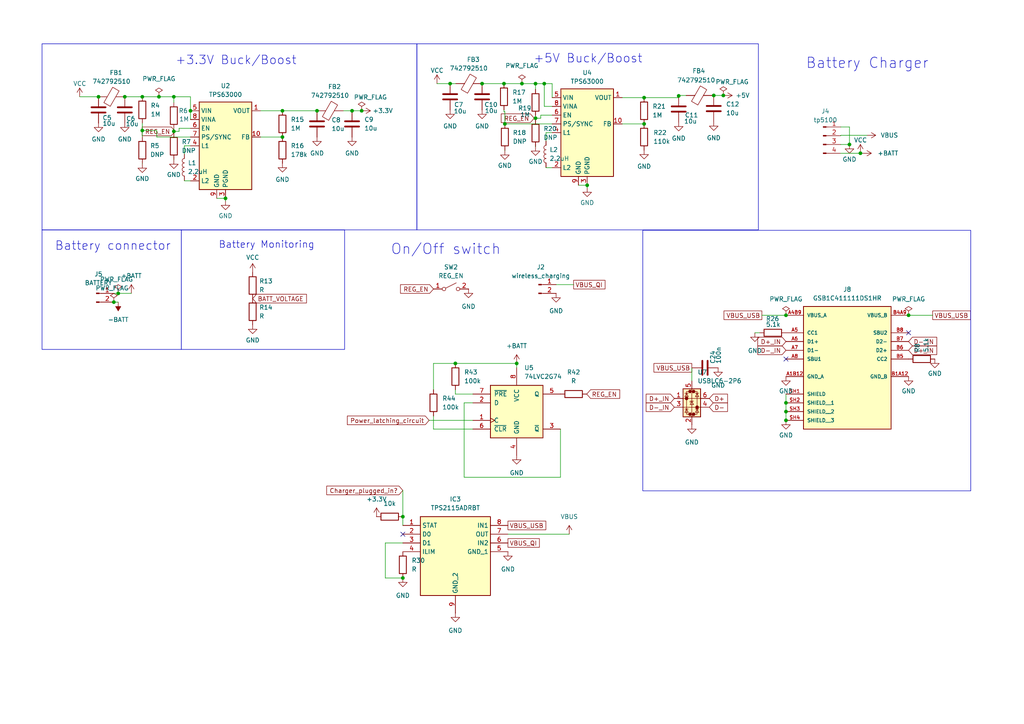
<source format=kicad_sch>
(kicad_sch (version 20231120) (generator "eeschema") (generator_version "8.0")
  (paper "A4")
  (lib_symbols
    (symbol "+3.3V_1" (power) (pin_numbers hide) (pin_names (offset 0) hide)
      (property "Value" "+3.3V" (at 0 3.556 0))
      (symbol "+3.3V_1_0_1"
        (polyline (pts (xy -0.762 1.27) (xy 0 2.54)))
        (polyline (pts (xy 0 0) (xy 0 2.54)))
        (polyline (pts (xy 0 2.54) (xy 0.762 1.27)))
      )
      (symbol "+3.3V_1_1_1"
        (pin power_in line (at 0 0 90) (length 0) (name "~") (number "1"))
      )
    )
    (symbol "+BATT_1" (power) (pin_numbers hide) (pin_names (offset 0) hide)
      (property "Value" "+BATT" (at 0 3.556 0))
      (symbol "+BATT_1_0_1"
        (polyline (pts (xy -0.762 1.27) (xy 0 2.54)))
        (polyline (pts (xy 0 0) (xy 0 2.54)))
        (polyline (pts (xy 0 2.54) (xy 0.762 1.27)))
      )
      (symbol "+BATT_1_1_1"
        (pin power_in line (at 0 0 90) (length 0) (name "~") (number "1"))
      )
    )
    (symbol "74xGxx:74LVC2G74" (pin_names (offset 1.016))
      (property "Reference" "U" (at -5.08 10.16 0))
      (property "Value" "74LVC2G74" (at 10.16 -10.16 0))
      (symbol "74LVC2G74_0_1"
        (rectangle (start -7.62 7.62) (end 7.62 -7.62) (stroke (width 0.254)) (fill (type background)))
      )
      (symbol "74LVC2G74_1_1"
        (pin input clock (at -12.7 -2.54 0) (length 5.08) (name "C") (number "1"))
        (pin input line (at -12.7 2.54 0) (length 5.08) (name "D") (number "2"))
        (pin output line (at 12.7 -5.08 180) (length 5.08) (name "~{Q}") (number "3"))
        (pin power_in line (at 0 -12.7 90) (length 5.08) (name "GND") (number "4"))
        (pin output line (at 12.7 5.08 180) (length 5.08) (name "Q") (number "5"))
        (pin input line (at -12.7 -5.08 0) (length 5.08) (name "~{CLR}") (number "6"))
        (pin input line (at -12.7 5.08 0) (length 5.08) (name "~{PRE}") (number "7"))
        (pin power_in line (at 0 12.7 270) (length 5.08) (name "VCC") (number "8"))
      )
    )
    (symbol "Connector:Conn_01x02_Pin" (pin_names (offset 1.016) hide)
      (property "Reference" "J" (at 0 2.54 0))
      (property "Value" "Conn_01x02_Pin" (at 0 -5.08 0))
      (symbol "Conn_01x02_Pin_1_1"
        (polyline (pts (xy 1.27 -2.54) (xy 0.8636 -2.54)) (stroke (width 0.1524)))
        (polyline (pts (xy 1.27 0) (xy 0.8636 0)) (stroke (width 0.1524)))
        (rectangle (start 0.8636 -2.413) (end 0 -2.667) (stroke (width 0.1524)) (fill (type outline)))
        (rectangle (start 0.8636 0.127) (end 0 -0.127) (stroke (width 0.1524)) (fill (type outline)))
        (pin passive line (at 5.08 0 180) (length 3.81) (name "Pin_1") (number "1"))
        (pin passive line (at 5.08 -2.54 180) (length 3.81) (name "Pin_2") (number "2"))
      )
    )
    (symbol "Connector:Conn_01x04_Pin" (pin_names (offset 1.016) hide)
      (property "Reference" "J" (at 0 5.08 0))
      (property "Value" "Conn_01x04_Pin" (at 0 -7.62 0))
      (symbol "Conn_01x04_Pin_1_1"
        (polyline (pts (xy 1.27 -5.08) (xy 0.8636 -5.08)) (stroke (width 0.1524)))
        (polyline (pts (xy 1.27 -2.54) (xy 0.8636 -2.54)) (stroke (width 0.1524)))
        (polyline (pts (xy 1.27 0) (xy 0.8636 0)) (stroke (width 0.1524)))
        (polyline (pts (xy 1.27 2.54) (xy 0.8636 2.54)) (stroke (width 0.1524)))
        (rectangle (start 0.8636 -4.953) (end 0 -5.207) (stroke (width 0.1524)) (fill (type outline)))
        (rectangle (start 0.8636 -2.413) (end 0 -2.667) (stroke (width 0.1524)) (fill (type outline)))
        (rectangle (start 0.8636 0.127) (end 0 -0.127) (stroke (width 0.1524)) (fill (type outline)))
        (rectangle (start 0.8636 2.667) (end 0 2.413) (stroke (width 0.1524)) (fill (type outline)))
        (pin passive line (at 5.08 2.54 180) (length 3.81) (name "Pin_1") (number "1"))
        (pin passive line (at 5.08 0 180) (length 3.81) (name "Pin_2") (number "2"))
        (pin passive line (at 5.08 -2.54 180) (length 3.81) (name "Pin_3") (number "3"))
        (pin passive line (at 5.08 -5.08 180) (length 3.81) (name "Pin_4") (number "4"))
      )
    )
    (symbol "Device:C" (pin_numbers hide) (pin_names (offset 0.254))
      (property "Reference" "C" (at 0.635 2.54 0))
      (property "Value" "C" (at 0.635 -2.54 0))
      (symbol "C_0_1"
        (polyline (pts (xy -2.032 -0.762) (xy 2.032 -0.762)) (stroke (width 0.508)))
        (polyline (pts (xy -2.032 0.762) (xy 2.032 0.762)) (stroke (width 0.508)))
      )
      (symbol "C_1_1"
        (pin passive line (at 0 3.81 270) (length 2.794) (name "~") (number "1"))
        (pin passive line (at 0 -3.81 90) (length 2.794) (name "~") (number "2"))
      )
    )
    (symbol "Device:FerriteBead" (pin_numbers hide) (pin_names (offset 0))
      (property "Reference" "FB" (at -3.81 0.635 90))
      (property "Value" "FerriteBead" (at 3.81 0 90))
      (symbol "FerriteBead_0_1"
        (polyline (pts (xy 0 -1.27) (xy 0 -1.2192)))
        (polyline (pts (xy 0 1.27) (xy 0 1.2954)))
        (polyline (pts (xy -2.7686 0.4064) (xy -1.7018 2.2606) (xy 2.7686 -0.3048) (xy 1.6764 -2.159) (xy -2.7686 0.4064)))
      )
      (symbol "FerriteBead_1_1"
        (pin passive line (at 0 3.81 270) (length 2.54) (name "~") (number "1"))
        (pin passive line (at 0 -3.81 90) (length 2.54) (name "~") (number "2"))
      )
    )
    (symbol "Device:L" (pin_numbers hide) (pin_names (offset 1.016) hide)
      (property "Reference" "L" (at -1.27 0 90))
      (property "Value" "L" (at 1.905 0 90))
      (symbol "L_0_1"
        (arc (start 0 -2.54) (mid 0.6323 -1.905) (end 0 -1.27))
        (arc (start 0 -1.27) (mid 0.6323 -0.635) (end 0 0))
        (arc (start 0 0) (mid 0.6323 0.635) (end 0 1.27))
        (arc (start 0 1.27) (mid 0.6323 1.905) (end 0 2.54))
      )
      (symbol "L_1_1"
        (pin passive line (at 0 3.81 270) (length 1.27) (name "1") (number "1"))
        (pin passive line (at 0 -3.81 90) (length 1.27) (name "2") (number "2"))
      )
    )
    (symbol "Device:R" (pin_numbers hide) (pin_names (offset 0))
      (property "Reference" "R" (at 2.032 0 90))
      (property "Value" "R" (at 0 0 90))
      (symbol "R_0_1"
        (rectangle (start -1.016 -2.54) (end 1.016 2.54) (stroke (width 0.254)))
      )
      (symbol "R_1_1"
        (pin passive line (at 0 3.81 270) (length 1.27) (name "~") (number "1"))
        (pin passive line (at 0 -3.81 90) (length 1.27) (name "~") (number "2"))
      )
    )
    (symbol "GND_1" (power) (pin_numbers hide) (pin_names (offset 0) hide)
      (property "Value" "GND" (at 0 -3.81 0))
      (symbol "GND_1_0_1"
        (polyline (pts (xy 0 0) (xy 0 -1.27) (xy 1.27 -1.27) (xy 0 -2.54) (xy -1.27 -1.27) (xy 0 -1.27)))
      )
      (symbol "GND_1_1_1"
        (pin power_in line (at 0 0 270) (length 0) (name "~") (number "1"))
      )
    )
    (symbol "GND_2" (power) (pin_numbers hide) (pin_names (offset 0) hide)
      (property "Value" "GND" (at 0 -3.81 0))
      (symbol "GND_2_0_1"
        (polyline (pts (xy 0 0) (xy 0 -1.27) (xy 1.27 -1.27) (xy 0 -2.54) (xy -1.27 -1.27) (xy 0 -1.27)))
      )
      (symbol "GND_2_1_1"
        (pin power_in line (at 0 0 270) (length 0) (name "~") (number "1"))
      )
    )
    (symbol "GND_3" (power) (pin_numbers hide) (pin_names (offset 0) hide)
      (property "Value" "GND" (at 0 -3.81 0))
      (symbol "GND_3_0_1"
        (polyline (pts (xy 0 0) (xy 0 -1.27) (xy 1.27 -1.27) (xy 0 -2.54) (xy -1.27 -1.27) (xy 0 -1.27)))
      )
      (symbol "GND_3_1_1"
        (pin power_in line (at 0 0 270) (length 0) (name "~") (number "1"))
      )
    )
    (symbol "GND_4" (power) (pin_numbers hide) (pin_names (offset 0) hide)
      (property "Value" "GND" (at 0 -3.81 0))
      (symbol "GND_4_0_1"
        (polyline (pts (xy 0 0) (xy 0 -1.27) (xy 1.27 -1.27) (xy 0 -2.54) (xy -1.27 -1.27) (xy 0 -1.27)))
      )
      (symbol "GND_4_1_1"
        (pin power_in line (at 0 0 270) (length 0) (name "~") (number "1"))
      )
    )
    (symbol "GND_5" (power) (pin_numbers hide) (pin_names (offset 0) hide)
      (property "Value" "GND" (at 0 -3.81 0))
      (symbol "GND_5_0_1"
        (polyline (pts (xy 0 0) (xy 0 -1.27) (xy 1.27 -1.27) (xy 0 -2.54) (xy -1.27 -1.27) (xy 0 -1.27)))
      )
      (symbol "GND_5_1_1"
        (pin power_in line (at 0 0 270) (length 0) (name "~") (number "1"))
      )
    )
    (symbol "GSB1C411111DS1HR:GSB1C411111DS1HR" (pin_names (offset 1.016))
      (property "Reference" "J" (at -12.7 13.462 0))
      (property "Value" "GSB1C411111DS1HR" (at -12.7 -25.4 0))
      (symbol "GSB1C411111DS1HR_0_0"
        (rectangle (start -12.7 -22.86) (end 12.7 12.7) (stroke (width 0.254)) (fill (type background)))
        (pin power_in line (at -17.78 -7.62 0) (length 5.08) (name "GND_A") (number "A1B12"))
        (pin power_in line (at -17.78 10.16 0) (length 5.08) (name "VBUS_A") (number "A4B9"))
        (pin bidirectional line (at -17.78 5.08 0) (length 5.08) (name "CC1") (number "A5"))
        (pin bidirectional line (at -17.78 2.54 0) (length 5.08) (name "D1+") (number "A6"))
        (pin bidirectional line (at -17.78 0 0) (length 5.08) (name "D1-") (number "A7"))
        (pin bidirectional line (at -17.78 -2.54 0) (length 5.08) (name "SBU1") (number "A8"))
        (pin power_in line (at 17.78 -7.62 180) (length 5.08) (name "GND_B") (number "B1A12"))
        (pin power_in line (at 17.78 10.16 180) (length 5.08) (name "VBUS_B") (number "B4A9"))
        (pin bidirectional line (at 17.78 -2.54 180) (length 5.08) (name "CC2") (number "B5"))
        (pin bidirectional line (at 17.78 0 180) (length 5.08) (name "D2+") (number "B6"))
        (pin bidirectional line (at 17.78 2.54 180) (length 5.08) (name "D2-") (number "B7"))
        (pin bidirectional line (at 17.78 5.08 180) (length 5.08) (name "SBU2") (number "B8"))
        (pin passive line (at -17.78 -12.7 0) (length 5.08) (name "SHIELD") (number "SH1"))
        (pin passive line (at -17.78 -15.24 0) (length 5.08) (name "SHIELD__1") (number "SH2"))
        (pin passive line (at -17.78 -17.78 0) (length 5.08) (name "SHIELD__2") (number "SH3"))
        (pin passive line (at -17.78 -20.32 0) (length 5.08) (name "SHIELD__3") (number "SH4"))
      )
    )
    (symbol "Power_Protection:USBLC6-2P6" (pin_names hide)
      (property "Reference" "U" (at 0.635 5.715 0))
      (property "Value" "USBLC6-2P6" (at 0.635 3.81 0))
      (symbol "USBLC6-2P6_0_0"
        (circle (center -1.524 0) (radius 0.0001) (stroke (width 0.508)))
        (circle (center -0.508 -4.572) (radius 0.0001) (stroke (width 0.508)))
        (circle (center -0.508 2.032) (radius 0.0001) (stroke (width 0.508)))
        (circle (center 0.508 -4.572) (radius 0.0001) (stroke (width 0.508)))
        (circle (center 0.508 2.032) (radius 0.0001) (stroke (width 0.508)))
        (circle (center 1.524 -2.54) (radius 0.0001) (stroke (width 0.508)))
      )
      (symbol "USBLC6-2P6_0_1"
        (polyline (pts (xy -2.54 -2.54) (xy 2.54 -2.54)))
        (polyline (pts (xy -2.54 0) (xy 2.54 0)))
        (polyline (pts (xy -2.032 -3.048) (xy -1.016 -3.048)))
        (polyline (pts (xy -1.016 1.524) (xy -2.032 1.524)))
        (polyline (pts (xy 1.016 -3.048) (xy 2.032 -3.048)))
        (polyline (pts (xy 1.016 1.524) (xy 2.032 1.524)))
        (polyline (pts (xy -0.508 -1.143) (xy -0.508 -0.762) (xy 0.508 -0.762)))
        (polyline (pts (xy -2.032 0.508) (xy -1.016 0.508) (xy -1.524 1.524) (xy -2.032 0.508)))
        (polyline (pts (xy -1.016 -4.064) (xy -2.032 -4.064) (xy -1.524 -3.048) (xy -1.016 -4.064)))
        (polyline (pts (xy 0.508 -1.778) (xy -0.508 -1.778) (xy 0 -0.762) (xy 0.508 -1.778)))
        (polyline (pts (xy 2.032 -4.064) (xy 1.016 -4.064) (xy 1.524 -3.048) (xy 2.032 -4.064)))
        (polyline (pts (xy 2.032 0.508) (xy 1.016 0.508) (xy 1.524 1.524) (xy 2.032 0.508)))
        (polyline (pts (xy 0 2.54) (xy -0.508 2.032) (xy 0.508 2.032) (xy 0 1.524) (xy 0 -4.064) (xy -0.508 -4.572) (xy 0.508 -4.572) (xy 0 -5.08)))
      )
      (symbol "USBLC6-2P6_1_1"
        (rectangle (start -2.54 2.794) (end 2.54 -5.334) (stroke (width 0.254)) (fill (type background)))
        (polyline (pts (xy -0.508 2.032) (xy -1.524 2.032) (xy -1.524 -4.572) (xy -0.508 -4.572)))
        (polyline (pts (xy 0.508 -4.572) (xy 1.524 -4.572) (xy 1.524 2.032) (xy 0.508 2.032)))
        (pin passive line (at -5.08 0 0) (length 2.54) (name "I/O1") (number "1"))
        (pin passive line (at 0 -7.62 90) (length 2.54) (name "GND") (number "2"))
        (pin passive line (at -5.08 -2.54 0) (length 2.54) (name "I/O2") (number "3"))
        (pin passive line (at 5.08 -2.54 180) (length 2.54) (name "I/O2") (number "4"))
        (pin passive line (at 0 5.08 270) (length 2.54) (name "VBUS") (number "5"))
        (pin passive line (at 5.08 0 180) (length 2.54) (name "I/O1") (number "6"))
      )
    )
    (symbol "Regulator_Switching:TPS63000"
      (property "Reference" "U" (at -7.62 13.97 0))
      (property "Value" "TPS63000" (at 5.08 13.97 0))
      (symbol "TPS63000_0_1"
        (rectangle (start -7.62 12.7) (end 7.62 -12.7) (stroke (width 0.254)) (fill (type background)))
      )
      (symbol "TPS63000_1_1"
        (pin power_out line (at 10.16 10.16 180) (length 2.54) (name "VOUT") (number "1"))
        (pin input line (at 10.16 2.54 180) (length 2.54) (name "FB") (number "10"))
        (pin passive line (at 0 -15.24 90) (length 2.54) hide (name "PGND") (number "11"))
        (pin input line (at -10.16 -10.16 0) (length 2.54) (name "L2") (number "2"))
        (pin power_in line (at 0 -15.24 90) (length 2.54) (name "PGND") (number "3"))
        (pin input line (at -10.16 0 0) (length 2.54) (name "L1") (number "4"))
        (pin power_in line (at -10.16 10.16 0) (length 2.54) (name "VIN") (number "5"))
        (pin input line (at -10.16 5.08 0) (length 2.54) (name "EN") (number "6"))
        (pin input line (at -10.16 2.54 0) (length 2.54) (name "PS/SYNC") (number "7"))
        (pin power_in line (at -10.16 7.62 0) (length 2.54) (name "VINA") (number "8"))
        (pin power_in line (at -2.54 -15.24 90) (length 2.54) (name "GND") (number "9"))
      )
    )
    (symbol "Switch:SW_SPST" (pin_names (offset 0) hide)
      (property "Reference" "SW" (at 0 3.175 0))
      (property "Value" "SW_SPST" (at 0 -2.54 0))
      (symbol "SW_SPST_0_0"
        (circle (center -2.032 0) (radius 0.508))
        (polyline (pts (xy -1.524 0.254) (xy 1.524 1.778)))
        (circle (center 2.032 0) (radius 0.508))
      )
      (symbol "SW_SPST_1_1"
        (pin passive line (at -5.08 0 0) (length 2.54) (name "A") (number "1"))
        (pin passive line (at 5.08 0 180) (length 2.54) (name "B") (number "2"))
      )
    )
    (symbol "TPS2115ADRBT:TPS2115ADRBT"
      (property "Reference" "IC" (at 26.67 7.62 0))
      (property "Value" "TPS2115ADRBT" (at 26.67 5.08 0))
      (symbol "TPS2115ADRBT_1_1"
        (rectangle (start 5.08 2.54) (end 25.4 -20.32) (stroke (width 0.254)) (fill (type background)))
        (pin passive line (at 0 0 0) (length 5.08) (name "STAT") (number "1"))
        (pin passive line (at 0 -2.54 0) (length 5.08) (name "D0") (number "2"))
        (pin passive line (at 0 -5.08 0) (length 5.08) (name "D1") (number "3"))
        (pin passive line (at 0 -7.62 0) (length 5.08) (name "ILIM") (number "4"))
        (pin passive line (at 30.48 -7.62 180) (length 5.08) (name "GND_1") (number "5"))
        (pin passive line (at 30.48 -5.08 180) (length 5.08) (name "IN2") (number "6"))
        (pin passive line (at 30.48 -2.54 180) (length 5.08) (name "OUT") (number "7"))
        (pin passive line (at 30.48 0 180) (length 5.08) (name "IN1") (number "8"))
        (pin passive line (at 15.24 -25.4 90) (length 5.08) (name "GND_2") (number "9"))
      )
    )
    (symbol "VBUS_2" (power) (pin_numbers hide) (pin_names (offset 0) hide)
      (property "Value" "VBUS" (at 0 3.556 0))
      (symbol "VBUS_2_0_1"
        (polyline (pts (xy -0.762 1.27) (xy 0 2.54)))
        (polyline (pts (xy 0 0) (xy 0 2.54)))
        (polyline (pts (xy 0 2.54) (xy 0.762 1.27)))
      )
      (symbol "VBUS_2_1_1"
        (pin power_in line (at 0 0 90) (length 0) (name "~") (number "1"))
      )
    )
    (symbol "power:+3.3V" (power) (pin_names (offset 0))
      (property "Value" "+3.3V" (at 0 3.556 0))
      (symbol "+3.3V_0_1"
        (polyline (pts (xy -0.762 1.27) (xy 0 2.54)))
        (polyline (pts (xy 0 0) (xy 0 2.54)))
        (polyline (pts (xy 0 2.54) (xy 0.762 1.27)))
      )
      (symbol "+3.3V_1_1"
        (pin power_in line (at 0 0 90) (length 0) hide (name "+3.3V") (number "1"))
      )
    )
    (symbol "power:+5V" (power) (pin_names (offset 0))
      (property "Value" "+5V" (at 0 3.556 0))
      (symbol "+5V_0_1"
        (polyline (pts (xy -0.762 1.27) (xy 0 2.54)))
        (polyline (pts (xy 0 0) (xy 0 2.54)))
        (polyline (pts (xy 0 2.54) (xy 0.762 1.27)))
      )
      (symbol "+5V_1_1"
        (pin power_in line (at 0 0 90) (length 0) hide (name "+5V") (number "1"))
      )
    )
    (symbol "power:+BATT" (power) (pin_names (offset 0))
      (property "Value" "+BATT" (at 0 3.556 0))
      (symbol "+BATT_0_1"
        (polyline (pts (xy -0.762 1.27) (xy 0 2.54)))
        (polyline (pts (xy 0 0) (xy 0 2.54)))
        (polyline (pts (xy 0 2.54) (xy 0.762 1.27)))
      )
      (symbol "+BATT_1_1"
        (pin power_in line (at 0 0 90) (length 0) hide (name "+BATT") (number "1"))
      )
    )
    (symbol "power:-BATT" (power) (pin_names (offset 0))
      (property "Value" "-BATT" (at 0 3.556 0))
      (symbol "-BATT_0_1"
        (polyline (pts (xy 0 0) (xy 0 2.54)))
        (polyline (pts (xy 0.762 1.27) (xy -0.762 1.27) (xy 0 2.54) (xy 0.762 1.27)) (fill (type outline)))
      )
      (symbol "-BATT_1_1"
        (pin power_in line (at 0 0 90) (length 0) hide (name "-BATT") (number "1"))
      )
    )
    (symbol "power:GND" (power) (pin_names (offset 0))
      (property "Value" "GND" (at 0 -3.81 0))
      (symbol "GND_0_1"
        (polyline (pts (xy 0 0) (xy 0 -1.27) (xy 1.27 -1.27) (xy 0 -2.54) (xy -1.27 -1.27) (xy 0 -1.27)))
      )
      (symbol "GND_1_1"
        (pin power_in line (at 0 0 270) (length 0) hide (name "GND") (number "1"))
      )
    )
    (symbol "power:PWR_FLAG" (power) (pin_numbers hide) (pin_names (offset 0) hide)
      (property "Value" "PWR_FLAG" (at 0 3.81 0))
      (symbol "PWR_FLAG_0_0"
        (pin power_out line (at 0 0 90) (length 0) (name "pwr") (number "1"))
      )
      (symbol "PWR_FLAG_0_1"
        (polyline (pts (xy 0 0) (xy 0 1.27) (xy -1.016 1.905) (xy 0 2.54) (xy 1.016 1.905) (xy 0 1.27)))
      )
    )
    (symbol "power:VBUS" (power) (pin_names (offset 0))
      (property "Value" "VBUS" (at 0 3.81 0))
      (symbol "VBUS_0_1"
        (polyline (pts (xy -0.762 1.27) (xy 0 2.54)))
        (polyline (pts (xy 0 0) (xy 0 2.54)))
        (polyline (pts (xy 0 2.54) (xy 0.762 1.27)))
      )
      (symbol "VBUS_1_1"
        (pin power_in line (at 0 0 90) (length 0) hide (name "VBUS") (number "1"))
      )
    )
    (symbol "power:VCC" (power) (pin_names (offset 0))
      (property "Value" "VCC" (at 0 3.81 0))
      (symbol "VCC_0_1"
        (polyline (pts (xy -0.762 1.27) (xy 0 2.54)))
        (polyline (pts (xy 0 0) (xy 0 2.54)))
        (polyline (pts (xy 0 2.54) (xy 0.762 1.27)))
      )
      (symbol "VCC_1_1"
        (pin power_in line (at 0 0 90) (length 0) hide (name "VCC") (number "1"))
      )
    )
  )
  (junction (at 249.555 44.45))
  (junction (at 116.84 167.64))
  (junction (at 50.419 38.1))
  (junction (at 227.965 121.92))
  (junction (at 36.195 28.067))
  (junction (at 116.84 149.86))
  (junction (at 186.817 35.941))
  (junction (at 157.861 24.257))
  (junction (at 227.965 116.84))
  (junction (at 33.02 87.63))
  (junction (at 151.384 24.257))
  (junction (at 246.38 41.91))
  (junction (at 227.965 91.44))
  (junction (at 91.948 32.131))
  (junction (at 209.804 27.686))
  (junction (at 50.419 28.067))
  (junction (at 81.915 39.751))
  (junction (at 149.86 105.41))
  (junction (at 104.902 32.131))
  (junction (at 81.915 32.131))
  (junction (at 28.575 28.067))
  (junction (at 146.431 35.941))
  (junction (at 155.321 24.257))
  (junction (at 65.405 57.531))
  (junction (at 41.275 28.067))
  (junction (at 46.101 28.067))
  (junction (at 186.817 28.321))
  (junction (at 34.29 85.09))
  (junction (at 102.108 32.131))
  (junction (at 196.85 27.813))
  (junction (at 139.827 24.257))
  (junction (at 207.01 27.686))
  (junction (at 41.275 37.846))
  (junction (at 263.525 91.44))
  (junction (at 227.965 119.38))
  (junction (at 170.307 53.721))
  (junction (at 132.08 105.41))
  (junction (at 130.556 24.257))
  (junction (at 146.177 24.257))
  (junction (at 55.245 32.131))
  (junction (at 155.321 34.29))
  (no_connect (at 227.965 104.14))
  (no_connect (at 116.84 154.94))
  (no_connect (at 263.525 96.52))
  (wire (pts (xy 41.275 28.067) (xy 46.101 28.067)))
  (wire (pts (xy 53.467 42.291) (xy 55.245 42.291)))
  (wire (pts (xy 134.62 116.84) (xy 134.62 138.43)))
  (wire (pts (xy 146.177 24.257) (xy 151.384 24.257)))
  (wire (pts (xy 243.84 36.83) (xy 246.38 36.83)))
  (wire (pts (xy 227.965 114.3) (xy 227.965 116.84)))
  (wire (pts (xy 158.369 48.641) (xy 158.369 48.514)))
  (wire (pts (xy 116.84 157.48) (xy 111.76 157.48)))
  (wire (pts (xy 111.76 167.64) (xy 116.84 167.64)))
  (wire (pts (xy 166.37 82.55) (xy 161.29 82.55)))
  (wire (pts (xy 53.467 52.451) (xy 53.467 52.324)))
  (wire (pts (xy 126.746 24.257) (xy 130.556 24.257)))
  (wire (pts (xy 227.965 119.38) (xy 227.965 121.92)))
  (wire (pts (xy 75.565 32.131) (xy 81.915 32.131)))
  (wire (pts (xy 157.861 24.257) (xy 157.861 30.861)))
  (wire (pts (xy 197.104 27.813) (xy 196.85 27.813)))
  (wire (pts (xy 180.467 28.321) (xy 186.817 28.321)))
  (wire (pts (xy 186.817 35.941) (xy 180.467 35.941)))
  (wire (pts (xy 243.84 39.243) (xy 243.84 39.37)))
  (wire (pts (xy 53.467 52.451) (xy 55.245 52.451)))
  (wire (pts (xy 207.01 27.686) (xy 209.804 27.686)))
  (wire (pts (xy 65.405 57.531) (xy 65.405 58.293)))
  (wire (pts (xy 151.384 24.257) (xy 155.321 24.257)))
  (wire (pts (xy 99.568 32.131) (xy 102.108 32.131)))
  (wire (pts (xy 55.245 39.751) (xy 45.466 39.751)))
  (wire (pts (xy 196.85 28.321) (xy 196.85 27.813)))
  (wire (pts (xy 116.84 149.86) (xy 116.84 152.4)))
  (wire (pts (xy 246.38 36.83) (xy 246.38 41.91)))
  (wire (pts (xy 146.431 35.941) (xy 160.147 35.941)))
  (wire (pts (xy 45.466 37.846) (xy 41.275 37.846)))
  (wire (pts (xy 243.84 44.45) (xy 249.555 44.45)))
  (wire (pts (xy 146.431 35.941) (xy 146.431 32.385)))
  (wire (pts (xy 158.369 48.641) (xy 160.147 48.641)))
  (wire (pts (xy 75.565 39.751) (xy 81.915 39.751)))
  (wire (pts (xy 111.76 157.48) (xy 111.76 167.64)))
  (wire (pts (xy 41.275 28.067) (xy 36.195 28.067)))
  (wire (pts (xy 158.369 38.481) (xy 160.147 38.481)))
  (wire (pts (xy 155.321 24.257) (xy 155.321 25.908)))
  (wire (pts (xy 62.865 57.531) (xy 65.405 57.531)))
  (wire (pts (xy 55.245 32.131) (xy 55.245 34.671)))
  (wire (pts (xy 251.46 39.243) (xy 243.84 39.243)))
  (wire (pts (xy 34.29 85.09) (xy 38.1 85.09)))
  (wire (pts (xy 160.147 28.321) (xy 160.147 24.257)))
  (wire (pts (xy 34.29 87.63) (xy 33.02 87.63)))
  (wire (pts (xy 125.73 105.41) (xy 132.08 105.41)))
  (wire (pts (xy 162.56 138.43) (xy 162.56 124.46)))
  (wire (pts (xy 149.86 105.41) (xy 149.86 106.68)))
  (wire (pts (xy 154.94 34.29) (xy 155.321 34.29)))
  (wire (pts (xy 146.431 36.068) (xy 146.431 35.941)))
  (wire (pts (xy 124.46 121.92) (xy 137.16 121.92)))
  (wire (pts (xy 220.98 91.44) (xy 227.965 91.44)))
  (wire (pts (xy 155.321 42.418) (xy 155.321 42.545)))
  (wire (pts (xy 155.321 34.29) (xy 156.845 34.29)))
  (wire (pts (xy 125.73 113.03) (xy 125.73 105.41)))
  (wire (pts (xy 125.73 124.46) (xy 137.16 124.46)))
  (wire (pts (xy 46.101 28.067) (xy 50.419 28.067)))
  (wire (pts (xy 157.861 30.861) (xy 160.147 30.861)))
  (wire (pts (xy 134.62 138.43) (xy 162.56 138.43)))
  (wire (pts (xy 157.861 24.257) (xy 160.147 24.257)))
  (wire (pts (xy 137.16 116.84) (xy 134.62 116.84)))
  (wire (pts (xy 227.965 116.84) (xy 227.965 119.38)))
  (wire (pts (xy 55.245 28.067) (xy 55.245 32.131)))
  (wire (pts (xy 246.38 41.91) (xy 243.84 41.91)))
  (wire (pts (xy 167.767 53.721) (xy 170.307 53.721)))
  (wire (pts (xy 50.419 38.608) (xy 50.419 38.1)))
  (wire (pts (xy 146.177 31.877) (xy 146.177 32.385)))
  (wire (pts (xy 125.73 120.65) (xy 125.73 124.46)))
  (wire (pts (xy 155.321 24.257) (xy 157.861 24.257)))
  (wire (pts (xy 116.84 142.24) (xy 116.84 149.86)))
  (wire (pts (xy 132.08 105.41) (xy 149.86 105.41)))
  (wire (pts (xy 130.556 24.257) (xy 132.207 24.257)))
  (wire (pts (xy 218.948 96.52) (xy 220.345 96.52)))
  (wire (pts (xy 146.431 43.561) (xy 146.431 43.688)))
  (wire (pts (xy 146.431 32.385) (xy 146.177 32.385)))
  (wire (pts (xy 158.369 40.894) (xy 158.369 38.481)))
  (wire (pts (xy 147.32 154.94) (xy 165.1 154.94)))
  (wire (pts (xy 51.943 37.211) (xy 51.943 38.1)))
  (wire (pts (xy 156.845 33.401) (xy 156.845 34.29)))
  (wire (pts (xy 23.114 28.067) (xy 28.575 28.067)))
  (wire (pts (xy 41.275 37.846) (xy 41.275 39.751)))
  (wire (pts (xy 50.419 28.067) (xy 55.245 28.067)))
  (wire (pts (xy 155.321 34.798) (xy 155.321 34.29)))
  (wire (pts (xy 186.817 28.321) (xy 196.85 28.321)))
  (wire (pts (xy 139.827 24.257) (xy 146.177 24.257)))
  (wire (pts (xy 263.525 91.44) (xy 270.51 91.44)))
  (wire (pts (xy 45.466 39.751) (xy 45.466 37.846)))
  (wire (pts (xy 50.419 46.228) (xy 50.419 46.355)))
  (wire (pts (xy 132.08 113.03) (xy 132.08 114.3)))
  (wire (pts (xy 53.467 44.704) (xy 53.467 42.291)))
  (wire (pts (xy 160.147 33.401) (xy 156.845 33.401)))
  (wire (pts (xy 206.629 27.686) (xy 207.01 27.686)))
  (wire (pts (xy 50.419 28.067) (xy 50.419 29.718)))
  (wire (pts (xy 41.275 47.371) (xy 41.275 47.498)))
  (wire (pts (xy 33.02 85.09) (xy 34.29 85.09)))
  (wire (pts (xy 132.08 114.3) (xy 137.16 114.3)))
  (wire (pts (xy 51.943 38.1) (xy 50.419 38.1)))
  (wire (pts (xy 155.321 34.29) (xy 155.321 33.528)))
  (wire (pts (xy 102.108 32.131) (xy 104.902 32.131)))
  (wire (pts (xy 197.104 27.686) (xy 197.104 27.813)))
  (wire (pts (xy 81.915 32.131) (xy 91.948 32.131)))
  (wire (pts (xy 50.419 38.1) (xy 50.419 37.338)))
  (wire (pts (xy 55.245 37.211) (xy 51.943 37.211)))
  (wire (pts (xy 170.307 53.721) (xy 170.307 54.483)))
  (wire (pts (xy 41.275 35.687) (xy 41.275 37.846)))
  (wire (pts (xy 250.19 44.45) (xy 249.555 44.45)))
  (wire (pts (xy 199.009 27.686) (xy 197.104 27.686)))
  (wire (pts (xy 200.66 106.68) (xy 200.66 110.49)))
  (rectangle (start 12.192 12.7) (end 120.904 66.675))
  (rectangle (start 186.436 66.802) (end 281.559 142.367))
  (rectangle (start 52.578 66.675) (end 99.949 101.346))
  (rectangle (start 12.192 66.675) (end 52.578 101.346))
  (rectangle (start 120.904 12.7) (end 219.964 66.675))
  (text "+3.3V Buck/Boost" (at 50.8 19.05 0) (effects (font (size 2.5 2.5)) (justify left bottom)))
  (text "Battery Charger" (at 233.68 20.193 0) (effects (font (size 3 3)) (justify left bottom)))
  (text "Battery Monitoring" (at 63.373 72.263 0) (effects (font (size 2 2)) (justify left bottom)))
  (text "On/Off switch" (at 113.284 74.168 0) (effects (font (size 3 3)) (justify left bottom)))
  (text "+5V Buck/Boost" (at 154.686 18.542 0) (effects (font (size 2.5 2.5)) (justify left bottom)))
  (text "Battery connector" (at 15.875 72.898 0) (effects (font (size 2.5 2.5)) (justify left bottom)))
  (global_label "REG_EN" (shape input) (at 170.18 114.3 0) (property "Intersheetrefs" "${INTERSHEET_REFS}" (effects (hide yes))))
  (global_label "VBUS_QI" (shape passive) (at 147.32 157.48 0) (property "Intersheetrefs" "${INTERSHEET_REFS}" (effects (hide yes))))
  (global_label "D-_IN" (shape input) (at 227.965 101.6 180) (property "Intersheetrefs" "${INTERSHEET_REFS}" (effects (hide yes))))
  (global_label "BATT_VOLTAGE" (shape input) (at 73.279 86.614 0) (property "Intersheetrefs" "${INTERSHEET_REFS}" (effects (hide yes))))
  (global_label "D-" (shape input) (at 205.74 118.11 0) (property "Intersheetrefs" "${INTERSHEET_REFS}" (effects (hide yes))))
  (global_label "VBUS_USB" (shape passive) (at 270.51 91.44 0) (property "Intersheetrefs" "${INTERSHEET_REFS}" (effects (hide yes))))
  (global_label "Power_latching_circuit" (shape input) (at 124.46 121.92 180) (property "Intersheetrefs" "${INTERSHEET_REFS}" (effects (hide yes))))
  (global_label "D+_IN" (shape input) (at 263.525 101.6 0) (property "Intersheetrefs" "${INTERSHEET_REFS}" (effects (hide yes))))
  (global_label "Charger_plugged_in?" (shape input) (at 116.84 142.24 180) (property "Intersheetrefs" "${INTERSHEET_REFS}" (effects (hide yes))))
  (global_label "D+_IN" (shape input) (at 195.58 115.57 180) (property "Intersheetrefs" "${INTERSHEET_REFS}" (effects (hide yes))))
  (global_label "D+" (shape input) (at 205.74 115.57 0) (property "Intersheetrefs" "${INTERSHEET_REFS}" (effects (hide yes))))
  (global_label "D-_IN" (shape input) (at 195.58 118.11 180) (property "Intersheetrefs" "${INTERSHEET_REFS}" (effects (hide yes))))
  (global_label "REG_EN" (shape input) (at 125.73 83.82 180) (property "Intersheetrefs" "${INTERSHEET_REFS}" (effects (hide yes))))
  (global_label "VBUS_QI" (shape passive) (at 166.37 82.55 0) (property "Intersheetrefs" "${INTERSHEET_REFS}" (effects (hide yes))))
  (global_label "D-_IN" (shape input) (at 263.525 99.06 0) (property "Intersheetrefs" "${INTERSHEET_REFS}" (effects (hide yes))))
  (global_label "VBUS_USB" (shape passive) (at 147.32 152.4 0) (property "Intersheetrefs" "${INTERSHEET_REFS}" (effects (hide yes))))
  (global_label "VBUS_USB" (shape passive) (at 200.66 106.68 180) (property "Intersheetrefs" "${INTERSHEET_REFS}" (effects (hide yes))))
  (global_label "D+_IN" (shape input) (at 227.965 99.06 180) (property "Intersheetrefs" "${INTERSHEET_REFS}" (effects (hide yes))))
  (global_label "REG_EN" (shape input) (at 154.94 34.29 180) (property "Intersheetrefs" "${INTERSHEET_REFS}" (effects (hide yes))))
  (global_label "VBUS_USB" (shape passive) (at 220.98 91.44 180) (property "Intersheetrefs" "${INTERSHEET_REFS}" (effects (hide yes))))
  (global_label "REG_EN" (shape input) (at 50.8 38.1 180) (property "Intersheetrefs" "${INTERSHEET_REFS}" (effects (hide yes))))
  (symbol (lib_id "power:GND") (at 73.279 94.234 0) (unit 1)
    (property "Reference" "#PWR041" (effects (hide yes)))
    (property "Value" "GND" (at 73.279 98.679 0))
  )
  (symbol (lib_name "GND_3") (lib_id "power:GND") (at 116.84 167.64 0) (unit 1)
    (property "Reference" "#PWR0114" (effects (hide yes)))
    (property "Value" "GND" (at 116.84 172.72 0))
    (property "Description" "Power symbol creates a global label with name \"GND\" , ground" (effects (hide yes)))
  )
  (symbol (lib_id "power:GND") (at 218.948 96.52 0) (unit 1)
    (property "Reference" "#PWR081" (effects (hide yes)))
    (property "Value" "GND" (at 218.948 101.727 0))
  )
  (symbol (lib_id "Device:R") (at 116.84 163.83 0) (unit 1)
    (property "Reference" "R30" (at 119.38 162.5599 0) (effects (justify left)))
    (property "Value" "R" (at 119.38 165.0999 0) (effects (justify left)))
    (property "Footprint" "Resistor_SMD:R_0603_1608Metric_Pad0.98x0.95mm_HandSolder" (effects (hide yes)))
    (property "Description" "Resistor" (effects (hide yes)))
  )
  (symbol (lib_name "GND_3") (lib_id "power:GND") (at 132.08 177.8 0) (unit 1)
    (property "Reference" "#PWR0113" (effects (hide yes)))
    (property "Value" "GND" (at 132.08 182.88 0))
    (property "Description" "Power symbol creates a global label with name \"GND\" , ground" (effects (hide yes)))
  )
  (symbol (lib_id "power:GND") (at 91.948 39.751 0) (unit 1)
    (property "Reference" "#PWR049" (effects (hide yes)))
    (property "Value" "GND" (at 91.948 44.45 0))
  )
  (symbol (lib_id "Device:R") (at 224.155 96.52 270) (unit 1)
    (property "Reference" "R26" (at 222.123 92.456 90) (effects (justify left)))
    (property "Value" "5.1k" (at 222.123 94.107 90) (effects (justify left)))
    (property "Footprint" "Resistor_SMD:R_0603_1608Metric_Pad0.98x0.95mm_HandSolder" (effects (hide yes)))
  )
  (symbol (lib_id "power:PWR_FLAG") (at 104.902 32.131 0) (unit 1)
    (property "Reference" "#FLG01" (effects (hide yes)))
    (property "Value" "PWR_FLAG" (at 107.442 28.194 0))
  )
  (symbol (lib_id "power:+BATT") (at 38.1 85.09 0) (unit 1)
    (property "Reference" "#PWR035" (effects (hide yes)))
    (property "Value" "+BATT" (at 38.1 80.01 0))
  )
  (symbol (lib_id "power:PWR_FLAG") (at 33.02 87.63 0) (unit 1)
    (property "Reference" "#FLG07" (effects (hide yes)))
    (property "Value" "PWR_FLAG" (at 32.512 83.566 0))
  )
  (symbol (lib_id "Regulator_Switching:TPS63000") (at 65.405 42.291 0) (unit 1)
    (property "Reference" "U2" (at 65.405 24.892 0))
    (property "Value" "TPS63000" (at 65.405 27.432 0))
    (property "Footprint" "Package_SON:Texas_DRC0010J_ThermalVias" (effects (hide yes)))
    (property "Datasheet" "http://www.ti.com/lit/ds/symlink/tps63000.pdf" (effects (hide yes)))
  )
  (symbol (lib_id "power:VCC") (at 126.746 24.257 0) (unit 1)
    (property "Reference" "#PWR031" (effects (hide yes)))
    (property "Value" "VCC" (at 124.841 20.447 0) (effects (justify left)))
  )
  (symbol (lib_id "GSB1C411111DS1HR:GSB1C411111DS1HR") (at 245.745 101.6 0) (unit 1)
    (property "Reference" "J8" (at 245.745 83.947 0))
    (property "Value" "GSB1C411111DS1HR" (at 245.745 86.487 0))
    (property "Footprint" "lib:AMPHENOL_GSB1C411111DS1HR" (effects (hide yes)))
    (property "PARTREV" "AX3" (effects (hide yes)))
    (property "STANDARD" "Manufacturer Recommendations" (effects (hide yes)))
    (property "MAXIMUM_PACKAGE_HEIGHT" "3.16mm" (effects (hide yes)))
    (property "MANUFACTURER" "Amphenol" (effects (hide yes)))
  )
  (symbol (lib_id "Device:FerriteBead") (at 32.385 28.067 90) (unit 1)
    (property "Reference" "FB1" (at 33.655 21.082 90))
    (property "Value" "742792510" (at 32.3342 23.622 90))
    (property "Footprint" "Resistor_SMD:R_1812_4532Metric" (effects (hide yes)))
  )
  (symbol (lib_id "power:GND") (at 102.108 39.751 0) (unit 1)
    (property "Reference" "#PWR054" (effects (hide yes)))
    (property "Value" "GND" (at 102.108 44.45 0))
  )
  (symbol (lib_id "Device:R") (at 155.321 38.608 0) (unit 1)
    (property "Reference" "R20" (at 157.607 37.338 0) (effects (justify left)))
    (property "Value" "DNP" (at 157.607 39.878 0) (effects (justify left)))
    (property "Footprint" "Resistor_SMD:R_0603_1608Metric_Pad0.98x0.95mm_HandSolder" (effects (hide yes)))
  )
  (symbol (lib_name "GND_1") (lib_id "power:GND") (at 135.89 83.82 0) (unit 1)
    (property "Reference" "#PWR027" (effects (hide yes)))
    (property "Value" "GND" (at 135.89 88.9 0))
    (property "Description" "Power symbol creates a global label with name \"GND\" , ground" (effects (hide yes)))
  )
  (symbol (lib_id "Device:R") (at 73.279 82.804 0) (unit 1)
    (property "Reference" "R13" (at 75.184 81.534 0) (effects (justify left)))
    (property "Value" "R" (at 75.184 84.074 0) (effects (justify left)))
    (property "Footprint" "Resistor_SMD:R_0603_1608Metric_Pad0.98x0.95mm_HandSolder" (effects (hide yes)))
  )
  (symbol (lib_id "Device:C") (at 196.85 31.623 0) (unit 1)
    (property "Reference" "C11" (at 198.628 33.401 0) (effects (justify left)))
    (property "Value" "10u" (at 198.374 35.179 0) (effects (justify left)))
    (property "Footprint" "Capacitor_SMD:C_0603_1608Metric_Pad1.08x0.95mm_HandSolder" (effects (hide yes)))
  )
  (symbol (lib_id "Device:L") (at 53.467 48.514 180) (unit 1)
    (property "Reference" "L1" (at 54.483 47.244 0) (effects (justify right)))
    (property "Value" "2.2uH" (at 54.483 49.784 0) (effects (justify right)))
    (property "Footprint" "lib:INDC3225X120N" (effects (hide yes)))
  )
  (symbol (lib_id "Device:C") (at 36.195 31.877 0) (unit 1)
    (property "Reference" "C6" (at 36.576 34.417 0) (effects (justify left)))
    (property "Value" "10u" (at 36.449 35.941 0) (effects (justify left)))
    (property "Footprint" "Capacitor_SMD:C_0603_1608Metric_Pad1.08x0.95mm_HandSolder" (effects (hide yes)))
  )
  (symbol (lib_id "power:PWR_FLAG") (at 209.804 27.686 0) (unit 1)
    (property "Reference" "#FLG02" (effects (hide yes)))
    (property "Value" "PWR_FLAG" (at 212.344 23.749 0))
  )
  (symbol (lib_id "Device:R") (at 166.37 114.3 270) (unit 1)
    (property "Reference" "R42" (at 166.37 107.95 90))
    (property "Value" "R" (at 166.37 110.49 90))
    (property "Footprint" "Resistor_SMD:R_0603_1608Metric_Pad0.98x0.95mm_HandSolder" (effects (hide yes)))
  )
  (symbol (lib_id "power:GND") (at 36.195 35.687 0) (unit 1)
    (property "Reference" "#PWR044" (effects (hide yes)))
    (property "Value" "GND" (at 36.195 40.386 0))
  )
  (symbol (lib_id "Device:R") (at 50.419 33.528 0) (unit 1)
    (property "Reference" "R6" (at 51.816 32.131 0) (effects (justify left)))
    (property "Value" "1M" (at 51.943 34.544 0) (effects (justify left)))
    (property "Footprint" "Resistor_SMD:R_0603_1608Metric_Pad0.98x0.95mm_HandSolder" (effects (hide yes)))
  )
  (symbol (lib_id "power:PWR_FLAG") (at 46.101 28.067 0) (unit 1)
    (property "Reference" "#FLG09" (effects (hide yes)))
    (property "Value" "PWR_FLAG" (at 46.101 22.86 0))
  )
  (symbol (lib_name "+BATT_1") (lib_id "power:+BATT") (at 149.86 105.41 0) (unit 1)
    (property "Reference" "#PWR084" (effects (hide yes)))
    (property "Value" "+BATT" (at 149.86 100.33 0))
    (property "Description" "Power symbol creates a global label with name \"+BATT\"" (effects (hide yes)))
  )
  (symbol (lib_id "power:VCC") (at 73.279 78.994 0) (unit 1)
    (property "Reference" "#PWR022" (effects (hide yes)))
    (property "Value" "VCC" (at 73.279 74.676 0))
  )
  (symbol (lib_id "Device:FerriteBead") (at 136.017 24.257 90) (unit 1)
    (property "Reference" "FB3" (at 137.287 17.272 90))
    (property "Value" "742792510" (at 135.9662 19.812 90))
    (property "Footprint" "Resistor_SMD:R_1812_4532Metric" (effects (hide yes)))
  )
  (symbol (lib_id "power:GND") (at 170.307 54.483 0) (unit 1)
    (property "Reference" "#PWR055" (effects (hide yes)))
    (property "Value" "GND" (at 170.307 58.801 0))
  )
  (symbol (lib_name "GND_4") (lib_id "power:GND") (at 149.86 132.08 0) (unit 1)
    (property "Reference" "#PWR073" (effects (hide yes)))
    (property "Value" "GND" (at 149.86 137.16 0))
    (property "Description" "Power symbol creates a global label with name \"GND\" , ground" (effects (hide yes)))
  )
  (symbol (lib_id "Device:R") (at 41.275 43.561 0) (unit 1)
    (property "Reference" "R5" (at 43.561 42.291 0) (effects (justify left)))
    (property "Value" "DNP" (at 43.561 44.831 0) (effects (justify left)))
    (property "Footprint" "Resistor_SMD:R_0603_1608Metric_Pad0.98x0.95mm_HandSolder" (effects (hide yes)))
  )
  (symbol (lib_id "TPS2115ADRBT:TPS2115ADRBT") (at 116.84 152.4 0) (unit 1)
    (property "Reference" "IC3" (at 132.08 144.78 0))
    (property "Value" "TPS2115ADRBT" (at 132.08 147.32 0))
    (property "Footprint" "lib:SON65P300X300X100-9N-D" (effects (hide yes)))
    (property "Datasheet" "http://www.ti.com/lit/gpn/TPS2115A" (effects (hide yes)))
    (property "Description" "Autoswitching Power Mux" (effects (hide yes)))
    (property "Height" "1" (effects (hide yes)))
    (property "Mouser Part Number" "595-TPS2115ADRBT" (effects (hide yes)))
    (property "Mouser Price/Stock" "https://www.mouser.co.uk/ProductDetail/Texas-Instruments/TPS2115ADRBT?qs=g%2FrhRe7LVpRzfUPvVko3fA%3D%3D" (effects (hide yes)))
    (property "Manufacturer_Name" "Texas Instruments" (effects (hide yes)))
    (property "Manufacturer_Part_Number" "TPS2115ADRBT" (effects (hide yes)))
  )
  (symbol (lib_name "GND_3") (lib_id "power:GND") (at 147.32 160.02 0) (unit 1)
    (property "Reference" "#PWR0112" (effects (hide yes)))
    (property "Value" "GND" (at 147.32 165.1 0))
    (property "Description" "Power symbol creates a global label with name \"GND\" , ground" (effects (hide yes)))
  )
  (symbol (lib_id "power:GND") (at 146.431 43.688 0) (unit 1)
    (property "Reference" "#PWR052" (effects (hide yes)))
    (property "Value" "GND" (at 146.431 48.006 0))
  )
  (symbol (lib_id "Device:L") (at 158.369 44.704 180) (unit 1)
    (property "Reference" "L2" (at 159.385 43.434 0) (effects (justify right)))
    (property "Value" "2.2uH" (at 159.385 45.974 0) (effects (justify right)))
    (property "Footprint" "lib:INDC3225X120N" (effects (hide yes)))
  )
  (symbol (lib_id "power:GND") (at 246.38 41.91 0) (unit 1)
    (property "Reference" "#PWR021" (effects (hide yes)))
    (property "Value" "GND" (at 246.38 46.228 0))
  )
  (symbol (lib_id "power:PWR_FLAG") (at 34.29 85.09 0) (unit 1)
    (property "Reference" "#FLG06" (effects (hide yes)))
    (property "Value" "PWR_FLAG" (at 33.782 81.026 0))
  )
  (symbol (lib_id "Device:R") (at 132.08 109.22 0) (unit 1)
    (property "Reference" "R43" (at 134.62 107.9499 0) (effects (justify left)))
    (property "Value" "100k" (at 134.62 110.4899 0) (effects (justify left)))
    (property "Footprint" "Resistor_SMD:R_0603_1608Metric_Pad0.98x0.95mm_HandSolder" (effects (hide yes)))
  )
  (symbol (lib_id "power:+BATT") (at 250.19 44.45 270) (unit 1)
    (property "Reference" "#PWR025" (effects (hide yes)))
    (property "Value" "+BATT" (at 254.508 44.45 90) (effects (justify left)))
  )
  (symbol (lib_id "Connector:Conn_01x04_Pin") (at 238.76 39.37 0) (unit 1)
    (property "Reference" "J4" (at 239.395 32.258 0))
    (property "Value" "tp5100" (at 239.395 34.798 0))
    (property "Footprint" "lib:tp5100" (effects (hide yes)))
  )
  (symbol (lib_id "power:-BATT") (at 34.29 87.63 180) (unit 1)
    (property "Reference" "#PWR042" (effects (hide yes)))
    (property "Value" "-BATT" (at 34.29 92.71 0))
  )
  (symbol (lib_id "power:GND") (at 139.827 31.877 0) (unit 1)
    (property "Reference" "#PWR051" (effects (hide yes)))
    (property "Value" "GND" (at 139.827 36.576 0))
  )
  (symbol (lib_name "GND_5") (lib_id "power:GND") (at 200.66 123.19 0) (unit 1)
    (property "Reference" "#PWR092" (effects (hide yes)))
    (property "Value" "GND" (at 200.66 128.27 0))
    (property "Description" "Power symbol creates a global label with name \"GND\" , ground" (effects (hide yes)))
  )
  (symbol (lib_id "power:VBUS") (at 251.46 39.243 270) (unit 1)
    (property "Reference" "#PWR026" (effects (hide yes)))
    (property "Value" "VBUS" (at 255.397 39.243 90) (effects (justify left)))
  )
  (symbol (lib_id "74xGxx:74LVC2G74") (at 149.86 119.38 0) (unit 1)
    (property "Reference" "U5" (at 152.0541 106.68 0) (effects (justify left)))
    (property "Value" "74LVC2G74" (at 152.0541 109.22 0) (effects (justify left)))
    (property "Footprint" "Package_SO:TSSOP-8_3x3mm_P0.65mm" (effects (hide yes)))
    (property "Datasheet" "http://www.ti.com/lit/sg/scyt129e/scyt129e.pdf" (effects (hide yes)))
    (property "Description" "74AUC1G74, Single D Flip-Flop, Low-Voltage CMOS" (effects (hide yes)))
  )
  (symbol (lib_id "power:GND") (at 263.525 109.22 0) (unit 1)
    (property "Reference" "#PWR082" (effects (hide yes)))
    (property "Value" "GND" (at 263.525 113.411 0))
  )
  (symbol (lib_id "power:PWR_FLAG") (at 227.965 91.44 0) (mirror y) (unit 1)
    (property "Reference" "#FLG03" (effects (hide yes)))
    (property "Value" "PWR_FLAG" (at 227.965 86.741 0))
  )
  (symbol (lib_id "power:PWR_FLAG") (at 151.384 24.257 0) (unit 1)
    (property "Reference" "#FLG08" (effects (hide yes)))
    (property "Value" "PWR_FLAG" (at 151.384 19.05 0))
  )
  (symbol (lib_id "power:GND") (at 227.965 109.22 0) (unit 1)
    (property "Reference" "#PWR083" (effects (hide yes)))
    (property "Value" "GND" (at 227.965 113.411 0))
  )
  (symbol (lib_id "Device:R") (at 81.915 43.561 0) (unit 1)
    (property "Reference" "R16" (at 84.328 42.291 0) (effects (justify left)))
    (property "Value" "178k" (at 84.328 44.831 0) (effects (justify left)))
    (property "Footprint" "Resistor_SMD:R_0603_1608Metric_Pad0.98x0.95mm_HandSolder" (effects (hide yes)))
  )
  (symbol (lib_id "power:GND") (at 207.01 35.306 0) (unit 1)
    (property "Reference" "#PWR059" (effects (hide yes)))
    (property "Value" "GND" (at 207.01 40.005 0))
  )
  (symbol (lib_id "power:GND") (at 186.817 43.561 0) (unit 1)
    (property "Reference" "#PWR056" (effects (hide yes)))
    (property "Value" "GND" (at 186.817 48.26 0))
  )
  (symbol (lib_id "power:GND") (at 155.321 42.545 0) (unit 1)
    (property "Reference" "#PWR053" (effects (hide yes)))
    (property "Value" "GND" (at 155.321 46.863 0))
  )
  (symbol (lib_id "Device:FerriteBead") (at 202.819 27.686 90) (unit 1)
    (property "Reference" "FB4" (at 202.692 20.574 90))
    (property "Value" "742792510" (at 201.93 23.241 90))
    (property "Footprint" "Resistor_SMD:R_1812_4532Metric" (effects (hide yes)))
  )
  (symbol (lib_name "GND_5") (lib_id "power:GND") (at 208.28 106.68 0) (unit 1)
    (property "Reference" "#PWR093" (effects (hide yes)))
    (property "Value" "GND" (at 208.28 111.76 0))
    (property "Description" "Power symbol creates a global label with name \"GND\" , ground" (effects (hide yes)))
  )
  (symbol (lib_id "Power_Protection:USBLC6-2P6") (at 200.66 115.57 0) (unit 1)
    (property "Reference" "U7" (at 202.3111 107.95 0) (effects (justify left)))
    (property "Value" "USBLC6-2P6" (at 202.3111 110.49 0) (effects (justify left)))
    (property "Footprint" "Package_TO_SOT_SMD:SOT-666" (effects (hide yes)))
    (property "Datasheet" "https://www.st.com/resource/en/datasheet/usblc6-2.pdf" (effects (hide yes)))
    (property "Description" "Very low capacitance ESD protection diode, 2 data-line, SOT-666" (effects (hide yes)))
  )
  (symbol (lib_id "Device:R") (at 186.817 32.131 0) (unit 1)
    (property "Reference" "R21" (at 189.23 30.861 0) (effects (justify left)))
    (property "Value" "1M" (at 189.23 33.401 0) (effects (justify left)))
    (property "Footprint" "Resistor_SMD:R_0603_1608Metric_Pad0.98x0.95mm_HandSolder" (effects (hide yes)))
  )
  (symbol (lib_id "Device:C") (at 139.827 28.067 0) (unit 1)
    (property "Reference" "C10" (at 140.462 30.353 0) (effects (justify left)))
    (property "Value" "10u" (at 140.589 32.131 0) (effects (justify left)))
    (property "Footprint" "Capacitor_SMD:C_0603_1608Metric_Pad1.08x0.95mm_HandSolder" (effects (hide yes)))
  )
  (symbol (lib_id "power:GND") (at 50.419 46.355 0) (unit 1)
    (property "Reference" "#PWR046" (effects (hide yes)))
    (property "Value" "GND" (at 50.419 50.673 0))
  )
  (symbol (lib_id "power:VCC") (at 23.114 28.067 0) (unit 1)
    (property "Reference" "#PWR023" (effects (hide yes)))
    (property "Value" "VCC" (at 21.209 24.257 0) (effects (justify left)))
  )
  (symbol (lib_id "power:GND") (at 271.145 104.14 0) (unit 1)
    (property "Reference" "#PWR028" (effects (hide yes)))
    (property "Value" "GND" (at 271.145 108.331 0))
  )
  (symbol (lib_id "Device:R") (at 41.275 31.877 0) (unit 1)
    (property "Reference" "R4" (at 43.688 30.607 0) (effects (justify left)))
    (property "Value" "1M" (at 43.688 33.147 0) (effects (justify left)))
    (property "Footprint" "Resistor_SMD:R_0603_1608Metric_Pad0.98x0.95mm_HandSolder" (effects (hide yes)))
  )
  (symbol (lib_id "Device:R") (at 73.279 90.424 0) (unit 1)
    (property "Reference" "R14" (at 75.184 89.154 0) (effects (justify left)))
    (property "Value" "R" (at 75.184 91.694 0) (effects (justify left)))
    (property "Footprint" "Resistor_SMD:R_0603_1608Metric_Pad0.98x0.95mm_HandSolder" (effects (hide yes)))
  )
  (symbol (lib_id "Regulator_Switching:TPS63000") (at 170.307 38.481 0) (unit 1)
    (property "Reference" "U4" (at 170.307 21.082 0))
    (property "Value" "TPS63000" (at 170.307 23.622 0))
    (property "Footprint" "Package_SON:Texas_DRC0010J_ThermalVias" (effects (hide yes)))
    (property "Datasheet" "http://www.ti.com/lit/ds/symlink/tps63000.pdf" (effects (hide yes)))
  )
  (symbol (lib_id "power:GND") (at 227.965 121.92 0) (unit 1)
    (property "Reference" "#PWR080" (effects (hide yes)))
    (property "Value" "GND" (at 227.965 126.238 0))
  )
  (symbol (lib_id "Device:C") (at 28.575 31.877 0) (unit 1)
    (property "Reference" "C5" (at 29.718 34.163 0) (effects (justify left)))
    (property "Value" "10u" (at 29.718 35.814 0) (effects (justify left)))
    (property "Footprint" "Capacitor_SMD:C_0603_1608Metric_Pad1.08x0.95mm_HandSolder" (effects (hide yes)))
  )
  (symbol (lib_id "Switch:SW_SPST") (at 130.81 83.82 0) (unit 1)
    (property "Reference" "SW2" (at 130.81 77.47 0))
    (property "Value" "REG_EN" (at 130.81 80.01 0))
    (property "Footprint" "Button_Switch_THT:SW_Slide_SPDT_Angled_CK_OS102011MA1Q" (effects (hide yes)))
    (property "Description" "Single Pole Single Throw (SPST) switch" (effects (hide yes)))
  )
  (symbol (lib_id "Device:C") (at 204.47 106.68 90) (unit 1)
    (property "Reference" "C24" (at 206.756 105.537 0) (effects (justify left)))
    (property "Value" "100n" (at 208.407 105.537 0) (effects (justify left)))
    (property "Footprint" "Capacitor_SMD:C_0603_1608Metric_Pad1.08x0.95mm_HandSolder" (effects (hide yes)))
  )
  (symbol (lib_id "power:VCC") (at 249.555 44.45 0) (unit 1)
    (property "Reference" "#PWR020" (effects (hide yes)))
    (property "Value" "VCC" (at 247.65 40.64 0) (effects (justify left)))
  )
  (symbol (lib_name "VBUS_2") (lib_id "power:VBUS") (at 165.1 154.94 0) (unit 1)
    (property "Reference" "#PWR0111" (effects (hide yes)))
    (property "Value" "VBUS" (at 165.1 149.86 0))
    (property "Description" "Power symbol creates a global label with name \"VBUS\"" (effects (hide yes)))
  )
  (symbol (lib_id "Device:R") (at 81.915 35.941 0) (unit 1)
    (property "Reference" "R15" (at 84.328 34.671 0) (effects (justify left)))
    (property "Value" "1M" (at 84.328 37.211 0) (effects (justify left)))
    (property "Footprint" "Resistor_SMD:R_0603_1608Metric_Pad0.98x0.95mm_HandSolder" (effects (hide yes)))
  )
  (symbol (lib_id "Device:R") (at 113.03 149.86 90) (unit 1)
    (property "Reference" "R29" (effects (hide yes)))
    (property "Value" "10k" (at 113.03 146.05 90))
    (property "Footprint" "Resistor_SMD:R_0603_1608Metric_Pad0.98x0.95mm_HandSolder" (effects (hide yes)))
    (property "Description" "Resistor" (effects (hide yes)))
  )
  (symbol (lib_id "Device:R") (at 146.431 39.751 0) (unit 1)
    (property "Reference" "R18" (at 148.717 38.481 0) (effects (justify left)))
    (property "Value" "DNP" (at 148.717 41.021 0) (effects (justify left)))
    (property "Footprint" "Resistor_SMD:R_0603_1608Metric_Pad0.98x0.95mm_HandSolder" (effects (hide yes)))
  )
  (symbol (lib_id "power:GND") (at 196.85 35.433 0) (unit 1)
    (property "Reference" "#PWR057" (effects (hide yes)))
    (property "Value" "GND" (at 196.85 40.132 0))
  )
  (symbol (lib_id "power:PWR_FLAG") (at 263.525 91.44 0) (unit 1)
    (property "Reference" "#FLG010" (effects (hide yes)))
    (property "Value" "PWR_FLAG" (at 263.525 86.741 0))
  )
  (symbol (lib_id "Device:R") (at 267.335 104.14 90) (unit 1)
    (property "Reference" "R8" (at 266.065 102.235 0) (effects (justify left)))
    (property "Value" "5.1k" (at 268.605 102.235 0) (effects (justify left)))
    (property "Footprint" "Resistor_SMD:R_0603_1608Metric_Pad0.98x0.95mm_HandSolder" (effects (hide yes)))
  )
  (symbol (lib_name "+3.3V_1") (lib_id "power:+3.3V") (at 109.22 149.86 0) (unit 1)
    (property "Reference" "#PWR0110" (effects (hide yes)))
    (property "Value" "+3.3V" (at 109.22 144.78 0))
    (property "Description" "Power symbol creates a global label with name \"+3.3V\"" (effects (hide yes)))
  )
  (symbol (lib_id "Device:R") (at 50.419 42.418 0) (unit 1)
    (property "Reference" "R7" (at 52.705 41.148 0) (effects (justify left)))
    (property "Value" "DNP" (at 52.705 43.688 0) (effects (justify left)))
    (property "Footprint" "Resistor_SMD:R_0603_1608Metric_Pad0.98x0.95mm_HandSolder" (effects (hide yes)))
  )
  (symbol (lib_id "Device:FerriteBead") (at 95.758 32.131 90) (unit 1)
    (property "Reference" "FB2" (at 97.028 25.146 90))
    (property "Value" "742792510" (at 95.7072 27.686 90))
    (property "Footprint" "Resistor_SMD:R_1812_4532Metric" (effects (hide yes)))
  )
  (symbol (lib_id "Connector:Conn_01x02_Pin") (at 156.21 82.55 0) (unit 1)
    (property "Reference" "J2" (at 156.845 77.47 0))
    (property "Value" "wireless_charging" (at 156.845 80.01 0))
    (property "Footprint" "Connector_PinHeader_2.54mm:PinHeader_1x02_P2.54mm_Horizontal" (effects (hide yes)))
    (property "Description" "Generic connector, single row, 01x02, script generated" (effects (hide yes)))
  )
  (symbol (lib_id "Device:R") (at 155.321 29.718 0) (unit 1)
    (property "Reference" "R19" (at 150.241 31.369 0) (effects (justify left)))
    (property "Value" "1M" (at 150.876 33.274 0) (effects (justify left)))
    (property "Footprint" "Resistor_SMD:R_0603_1608Metric_Pad0.98x0.95mm_HandSolder" (effects (hide yes)))
  )
  (symbol (lib_id "power:GND") (at 130.556 31.877 0) (unit 1)
    (property "Reference" "#PWR050" (effects (hide yes)))
    (property "Value" "GND" (at 130.556 36.576 0))
  )
  (symbol (lib_id "power:GND") (at 81.915 47.371 0) (unit 1)
    (property "Reference" "#PWR048" (effects (hide yes)))
    (property "Value" "GND" (at 81.915 52.07 0))
  )
  (symbol (lib_id "Device:C") (at 130.556 28.067 0) (unit 1)
    (property "Reference" "C7" (at 131.699 30.353 0) (effects (justify left)))
    (property "Value" "10u" (at 131.572 32.258 0) (effects (justify left)))
    (property "Footprint" "Capacitor_SMD:C_0603_1608Metric_Pad1.08x0.95mm_HandSolder" (effects (hide yes)))
  )
  (symbol (lib_name "GND_2") (lib_id "power:GND") (at 161.29 85.09 0) (unit 1)
    (property "Reference" "#PWR091" (effects (hide yes)))
    (property "Value" "GND" (at 161.29 90.17 0))
    (property "Description" "Power symbol creates a global label with name \"GND\" , ground" (effects (hide yes)))
  )
  (symbol (lib_id "power:GND") (at 41.275 47.498 0) (unit 1)
    (property "Reference" "#PWR045" (effects (hide yes)))
    (property "Value" "GND" (at 41.275 51.816 0))
  )
  (symbol (lib_id "power:GND") (at 65.405 58.293 0) (unit 1)
    (property "Reference" "#PWR047" (effects (hide yes)))
    (property "Value" "GND" (at 65.405 62.611 0))
  )
  (symbol (lib_id "power:GND") (at 28.575 35.687 0) (unit 1)
    (property "Reference" "#PWR043" (effects (hide yes)))
    (property "Value" "GND" (at 28.575 40.386 0))
  )
  (symbol (lib_id "Device:C") (at 102.108 35.941 0) (unit 1)
    (property "Reference" "C9" (at 105.664 34.671 0) (effects (justify left)))
    (property "Value" "10u" (at 105.664 37.211 0) (effects (justify left)))
    (property "Footprint" "Capacitor_SMD:C_0603_1608Metric_Pad1.08x0.95mm_HandSolder" (effects (hide yes)))
  )
  (symbol (lib_id "Device:C") (at 207.01 31.496 0) (unit 1)
    (property "Reference" "C12" (at 210.566 30.226 0) (effects (justify left)))
    (property "Value" "10u" (at 210.566 32.766 0) (effects (justify left)))
    (property "Footprint" "Capacitor_SMD:C_0603_1608Metric_Pad1.08x0.95mm_HandSolder" (effects (hide yes)))
  )
  (symbol (lib_id "Device:C") (at 91.948 35.941 0) (unit 1)
    (property "Reference" "C8" (at 96.139 34.798 0) (effects (justify left)))
    (property "Value" "10u" (at 96.139 37.338 0) (effects (justify left)))
    (property "Footprint" "Capacitor_SMD:C_0603_1608Metric_Pad1.08x0.95mm_HandSolder" (effects (hide yes)))
  )
  (symbol (lib_id "power:+5V") (at 209.804 27.686 270) (unit 1)
    (property "Reference" "#PWR060" (effects (hide yes)))
    (property "Value" "+5V" (at 213.36 27.686 90) (effects (justify left)))
  )
  (symbol (lib_id "Device:R") (at 186.817 39.751 0) (unit 1)
    (property "Reference" "R22" (at 189.484 38.481 0) (effects (justify left)))
    (property "Value" "110k" (at 189.484 41.021 0) (effects (justify left)))
    (property "Footprint" "Resistor_SMD:R_0603_1608Metric_Pad0.98x0.95mm_HandSolder" (effects (hide yes)))
  )
  (symbol (lib_id "Device:R") (at 125.73 116.84 0) (unit 1)
    (property "Reference" "R44" (at 128.27 115.5699 0) (effects (justify left)))
    (property "Value" "100k" (at 128.27 118.1099 0) (effects (justify left)))
    (property "Footprint" "Resistor_SMD:R_0603_1608Metric_Pad0.98x0.95mm_HandSolder" (effects (hide yes)))
  )
  (symbol (lib_id "Connector:Conn_01x02_Pin") (at 27.94 85.09 0) (unit 1)
    (property "Reference" "J5" (at 28.575 79.502 0))
    (property "Value" "BATTERY" (at 28.575 82.042 0))
    (property "Footprint" "Connector_PinHeader_2.54mm:PinHeader_1x02_P2.54mm_Vertical" (effects (hide yes)))
  )
  (symbol (lib_id "Device:R") (at 146.177 28.067 0) (unit 1)
    (property "Reference" "R17" (at 148.59 26.797 0) (effects (justify left)))
    (property "Value" "1M" (at 148.59 29.337 0) (effects (justify left)))
    (property "Footprint" "Resistor_SMD:R_0603_1608Metric_Pad0.98x0.95mm_HandSolder" (effects (hide yes)))
  )
  (symbol (lib_id "power:+3.3V") (at 104.902 32.131 270) (unit 1)
    (property "Reference" "#PWR058" (effects (hide yes)))
    (property "Value" "+3.3V" (at 108.077 32.131 90) (effects (justify left)))
  )
)
</source>
